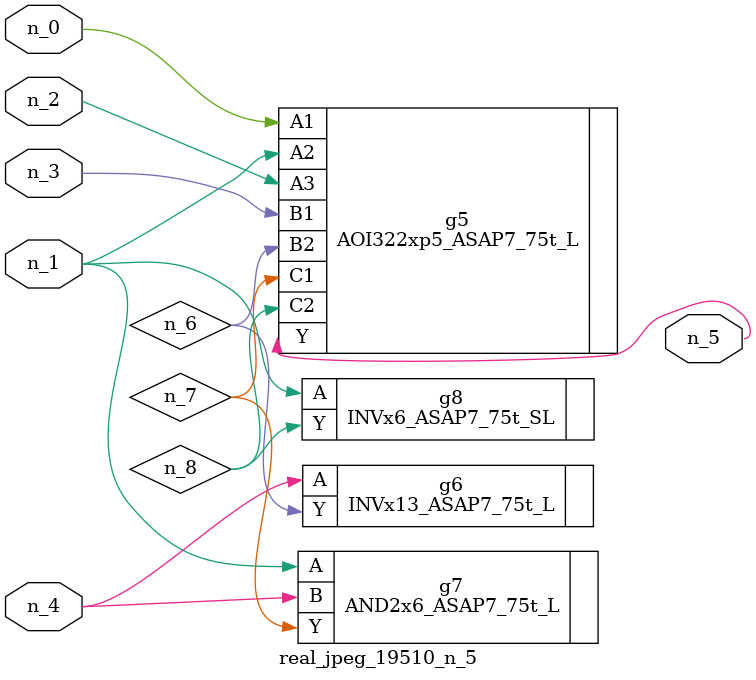
<source format=v>
module real_jpeg_19510_n_5 (n_4, n_0, n_1, n_2, n_3, n_5);

input n_4;
input n_0;
input n_1;
input n_2;
input n_3;

output n_5;

wire n_8;
wire n_6;
wire n_7;

AOI322xp5_ASAP7_75t_L g5 ( 
.A1(n_0),
.A2(n_1),
.A3(n_2),
.B1(n_3),
.B2(n_6),
.C1(n_7),
.C2(n_8),
.Y(n_5)
);

AND2x6_ASAP7_75t_L g7 ( 
.A(n_1),
.B(n_4),
.Y(n_7)
);

INVx6_ASAP7_75t_SL g8 ( 
.A(n_1),
.Y(n_8)
);

INVx13_ASAP7_75t_L g6 ( 
.A(n_4),
.Y(n_6)
);


endmodule
</source>
